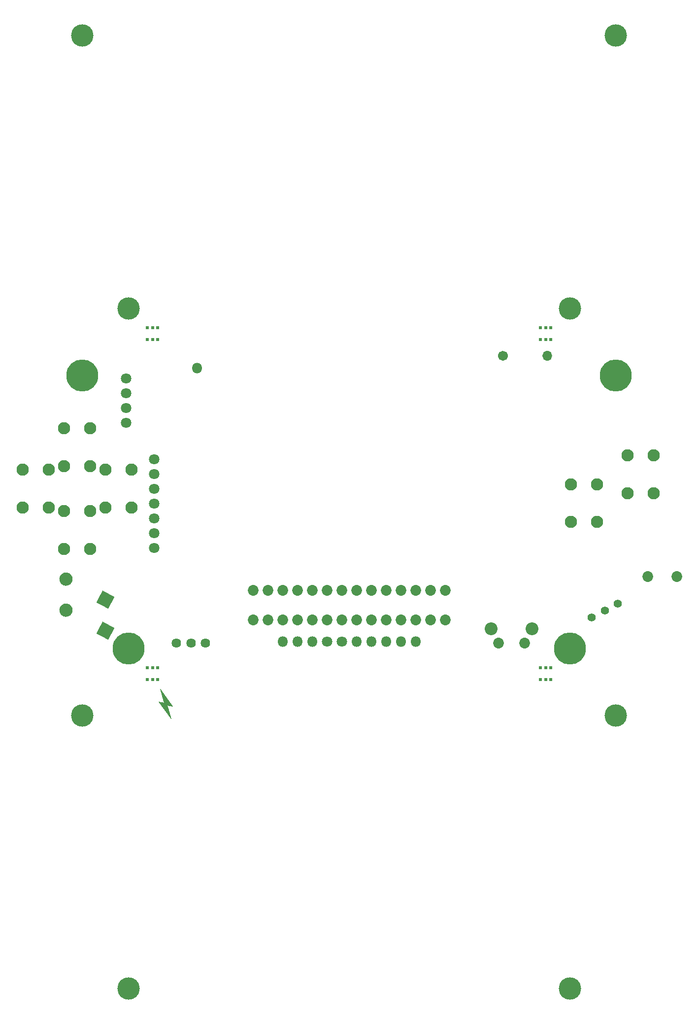
<source format=gbr>
G04 #@! TF.GenerationSoftware,KiCad,Pcbnew,(5.1.9-0-10_14)*
G04 #@! TF.CreationDate,2021-07-26T20:55:04-07:00*
G04 #@! TF.ProjectId,system_advance,73797374-656d-45f6-9164-76616e63652e,1.0-dev0*
G04 #@! TF.SameCoordinates,Original*
G04 #@! TF.FileFunction,Soldermask,Bot*
G04 #@! TF.FilePolarity,Negative*
%FSLAX46Y46*%
G04 Gerber Fmt 4.6, Leading zero omitted, Abs format (unit mm)*
G04 Created by KiCad (PCBNEW (5.1.9-0-10_14)) date 2021-07-26 20:55:04*
%MOMM*%
%LPD*%
G01*
G04 APERTURE LIST*
%ADD10C,0.100000*%
%ADD11C,1.801600*%
%ADD12O,1.801600X1.801600*%
%ADD13C,3.851600*%
%ADD14C,1.851600*%
%ADD15C,0.609600*%
%ADD16C,1.625600*%
%ADD17C,5.501599*%
%ADD18C,2.101600*%
%ADD19C,1.401600*%
%ADD20C,1.701600*%
%ADD21O,1.701600X1.701600*%
%ADD22C,2.201600*%
G04 APERTURE END LIST*
D10*
G36*
X77597000Y-174498000D02*
G01*
X76200000Y-174244000D01*
X75438000Y-171577000D01*
X77597000Y-174498000D01*
G37*
X77597000Y-174498000D02*
X76200000Y-174244000D01*
X75438000Y-171577000D01*
X77597000Y-174498000D01*
G36*
X76581000Y-173990000D02*
G01*
X77343000Y-176657000D01*
X75184000Y-173736000D01*
X76581000Y-173990000D01*
G37*
X76581000Y-173990000D02*
X77343000Y-176657000D01*
X75184000Y-173736000D01*
X76581000Y-173990000D01*
G36*
X77597000Y-174498000D02*
G01*
X76200000Y-174244000D01*
X75438000Y-171577000D01*
X77597000Y-174498000D01*
G37*
X77597000Y-174498000D02*
X76200000Y-174244000D01*
X75438000Y-171577000D01*
X77597000Y-174498000D01*
G36*
X76581000Y-173990000D02*
G01*
X77343000Y-176657000D01*
X75184000Y-173736000D01*
X76581000Y-173990000D01*
G37*
X76581000Y-173990000D02*
X77343000Y-176657000D01*
X75184000Y-173736000D01*
X76581000Y-173990000D01*
D11*
X106680000Y-163449000D03*
D12*
X109220000Y-163449000D03*
X111760000Y-163449000D03*
X114300000Y-163449000D03*
D11*
X104140000Y-163449000D03*
D12*
X119380000Y-163449000D03*
X96520000Y-163449000D03*
X99060000Y-163449000D03*
X101600000Y-163449000D03*
X116840000Y-163449000D03*
D13*
X62103000Y-59309000D03*
X153797000Y-59309000D03*
X70002400Y-106172000D03*
X145897600Y-106172000D03*
D14*
X124460000Y-154624000D03*
X121920000Y-154624000D03*
X119380000Y-154624000D03*
X116840000Y-154624000D03*
X114300000Y-154624000D03*
X111760000Y-154624000D03*
X109220000Y-154624000D03*
X106680000Y-154624000D03*
X104140000Y-154624000D03*
X101600000Y-154624000D03*
X99060000Y-154624000D03*
X96520000Y-154624000D03*
X93980000Y-154624000D03*
X91440000Y-154624000D03*
X91440000Y-159704000D03*
X93980000Y-159704000D03*
X96520000Y-159704000D03*
X99060000Y-159704000D03*
X101600000Y-159704000D03*
X104140000Y-159704000D03*
X124460000Y-159704000D03*
X121920000Y-159704000D03*
X119380000Y-159704000D03*
X116840000Y-159704000D03*
X114300000Y-159704000D03*
X111760000Y-159704000D03*
X106680000Y-159704000D03*
X109220000Y-159704000D03*
D13*
X145897600Y-223012000D03*
X70002400Y-223012000D03*
X153797000Y-176149000D03*
D15*
X75057000Y-169926000D03*
X74168000Y-169926000D03*
X73279000Y-169926000D03*
X75057000Y-167894000D03*
X73279000Y-167894000D03*
X74168000Y-167894000D03*
X141732000Y-167894000D03*
X140843000Y-167894000D03*
X142621000Y-167894000D03*
X140843000Y-169926000D03*
X141732000Y-169926000D03*
X142621000Y-169926000D03*
X142621000Y-111506000D03*
X141732000Y-111506000D03*
X140843000Y-111506000D03*
X142621000Y-109474000D03*
X140843000Y-109474000D03*
X141732000Y-109474000D03*
D16*
X78282800Y-163703000D03*
X80772000Y-163703000D03*
X83261200Y-163703000D03*
D17*
X62103000Y-117729000D03*
D12*
X81788000Y-116459000D03*
D17*
X70002400Y-164592000D03*
X153797000Y-117729000D03*
G36*
G01*
X60301749Y-153222856D02*
X60301749Y-153222856D01*
G75*
G02*
X58749597Y-153712248I-1020772J531380D01*
G01*
X58749597Y-153712248D01*
G75*
G02*
X58260205Y-152160096I531380J1020772D01*
G01*
X58260205Y-152160096D01*
G75*
G02*
X59812357Y-151670704I1020772J-531380D01*
G01*
X59812357Y-151670704D01*
G75*
G02*
X60301749Y-153222856I-531380J-1020772D01*
G01*
G37*
G36*
G01*
X67568695Y-155765669D02*
X66552848Y-157717092D01*
G75*
G02*
X66484331Y-157738695I-45060J23457D01*
G01*
X64532908Y-156722848D01*
G75*
G02*
X64511305Y-156654331I23457J45060D01*
G01*
X65527152Y-154702908D01*
G75*
G02*
X65595669Y-154681305I45060J-23457D01*
G01*
X67547092Y-155697152D01*
G75*
G02*
X67568695Y-155765669I-23457J-45060D01*
G01*
G37*
G36*
G01*
X60301749Y-158556856D02*
X60301749Y-158556856D01*
G75*
G02*
X58749597Y-159046248I-1020772J531380D01*
G01*
X58749597Y-159046248D01*
G75*
G02*
X58260205Y-157494096I531380J1020772D01*
G01*
X58260205Y-157494096D01*
G75*
G02*
X59812357Y-157004704I1020772J-531380D01*
G01*
X59812357Y-157004704D01*
G75*
G02*
X60301749Y-158556856I-531380J-1020772D01*
G01*
G37*
G36*
G01*
X67568695Y-161099669D02*
X66552848Y-163051092D01*
G75*
G02*
X66484331Y-163072695I-45060J23457D01*
G01*
X64532908Y-162056848D01*
G75*
G02*
X64511305Y-161988331I23457J45060D01*
G01*
X65527152Y-160036908D01*
G75*
G02*
X65595669Y-160015305I45060J-23457D01*
G01*
X67547092Y-161031152D01*
G75*
G02*
X67568695Y-161099669I-23457J-45060D01*
G01*
G37*
D11*
X74450000Y-147320000D03*
X74450000Y-144780000D03*
X74450000Y-142240000D03*
X74450000Y-139700000D03*
X74450000Y-137160000D03*
X74450000Y-134620000D03*
X74450000Y-132080000D03*
D18*
X150550000Y-142875000D03*
X146050000Y-142875000D03*
X150550000Y-136375000D03*
X146050000Y-136375000D03*
X160329000Y-137922000D03*
X155829000Y-137922000D03*
X160329000Y-131422000D03*
X155829000Y-131422000D03*
X63464000Y-133298000D03*
X58964000Y-133298000D03*
X63464000Y-126798000D03*
X58964000Y-126798000D03*
X58964000Y-141022000D03*
X63464000Y-141022000D03*
X58964000Y-147522000D03*
X63464000Y-147522000D03*
X56352000Y-140410000D03*
X51852000Y-140410000D03*
X56352000Y-133910000D03*
X51852000Y-133910000D03*
X66076000Y-133910000D03*
X70576000Y-133910000D03*
X66076000Y-140410000D03*
X70576000Y-140410000D03*
D19*
X151892000Y-158115000D03*
X149638992Y-159287841D03*
X154145008Y-156942159D03*
D13*
X62103000Y-176149000D03*
D15*
X74168000Y-109474000D03*
X73279000Y-109474000D03*
X75057000Y-109474000D03*
X73279000Y-111506000D03*
X74168000Y-111506000D03*
X75057000Y-111506000D03*
D17*
X145897600Y-164592000D03*
D14*
X164298000Y-152273000D03*
X159298000Y-152273000D03*
D20*
X134366000Y-114300000D03*
D21*
X141986000Y-114300000D03*
D22*
X139364000Y-161213000D03*
D14*
X138104000Y-163703000D03*
X133604000Y-163703000D03*
D22*
X132354000Y-161213000D03*
D11*
X69596000Y-123317000D03*
X69596000Y-120777000D03*
X69596000Y-125857000D03*
X69596000Y-118237000D03*
D10*
G36*
X67593076Y-161052834D02*
G01*
X67594151Y-161054521D01*
X67593927Y-161055531D01*
X67084404Y-162034315D01*
X66531166Y-163097076D01*
X66528469Y-163097927D01*
X64486924Y-162035166D01*
X64485849Y-162033479D01*
X64486056Y-162032542D01*
X64490545Y-162032542D01*
X66528542Y-163093455D01*
X67080856Y-162032469D01*
X67589455Y-161055458D01*
X65551458Y-159994545D01*
X64999144Y-161055531D01*
X64490545Y-162032542D01*
X64486056Y-162032542D01*
X64486073Y-162032469D01*
X64995596Y-161053685D01*
X65548834Y-159990924D01*
X65551531Y-159990073D01*
X67593076Y-161052834D01*
G37*
G36*
X67593076Y-155718834D02*
G01*
X67594151Y-155720521D01*
X67593927Y-155721531D01*
X67084404Y-156700315D01*
X66531166Y-157763076D01*
X66528469Y-157763927D01*
X64486924Y-156701166D01*
X64485849Y-156699479D01*
X64486056Y-156698542D01*
X64490545Y-156698542D01*
X66528542Y-157759455D01*
X67080856Y-156698469D01*
X67589455Y-155721458D01*
X65551458Y-154660545D01*
X64999144Y-155721531D01*
X64490545Y-156698542D01*
X64486056Y-156698542D01*
X64486073Y-156698469D01*
X64995596Y-155719685D01*
X65548834Y-154656924D01*
X65551531Y-154656073D01*
X67593076Y-155718834D01*
G37*
M02*

</source>
